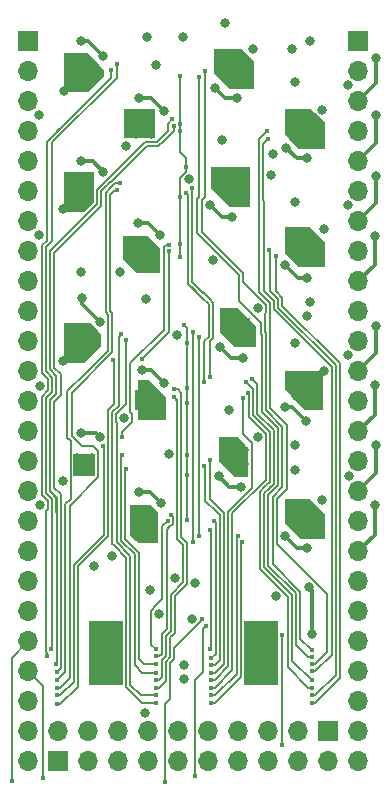
<source format=gbl>
G04 #@! TF.GenerationSoftware,KiCad,Pcbnew,5.1.5+dfsg1-2build2*
G04 #@! TF.CreationDate,2020-08-06T15:55:44-04:00*
G04 #@! TF.ProjectId,Motor_Board,4d6f746f-725f-4426-9f61-72642e6b6963,rev?*
G04 #@! TF.SameCoordinates,Original*
G04 #@! TF.FileFunction,Copper,L4,Bot*
G04 #@! TF.FilePolarity,Positive*
%FSLAX46Y46*%
G04 Gerber Fmt 4.6, Leading zero omitted, Abs format (unit mm)*
G04 Created by KiCad (PCBNEW 5.1.5+dfsg1-2build2) date 2020-08-06 15:55:44*
%MOMM*%
%LPD*%
G04 APERTURE LIST*
%ADD10C,0.100000*%
G04 #@! TA.AperFunction,ComponentPad*
%ADD11R,1.700000X1.700000*%
G04 #@! TD*
G04 #@! TA.AperFunction,ComponentPad*
%ADD12O,1.700000X1.700000*%
G04 #@! TD*
G04 #@! TA.AperFunction,Conductor*
%ADD13R,2.850000X5.400000*%
G04 #@! TD*
G04 #@! TA.AperFunction,ViaPad*
%ADD14C,0.600000*%
G04 #@! TD*
G04 #@! TA.AperFunction,Conductor*
%ADD15R,1.750000X1.750000*%
G04 #@! TD*
G04 #@! TA.AperFunction,ViaPad*
%ADD16C,0.500000*%
G04 #@! TD*
G04 #@! TA.AperFunction,ViaPad*
%ADD17C,0.800000*%
G04 #@! TD*
G04 #@! TA.AperFunction,ViaPad*
%ADD18C,0.406400*%
G04 #@! TD*
G04 #@! TA.AperFunction,Conductor*
%ADD19C,0.304800*%
G04 #@! TD*
G04 #@! TA.AperFunction,Conductor*
%ADD20C,0.177800*%
G04 #@! TD*
G04 APERTURE END LIST*
D10*
G36*
X75311000Y-93091000D02*
G01*
X72771000Y-93091000D01*
X72771000Y-90678000D01*
X75311000Y-90678000D01*
X75311000Y-93091000D01*
G37*
X75311000Y-93091000D02*
X72771000Y-93091000D01*
X72771000Y-90678000D01*
X75311000Y-90678000D01*
X75311000Y-93091000D01*
G36*
X70104000Y-98552000D02*
G01*
X69342000Y-99314000D01*
X67691000Y-99314000D01*
X67691000Y-96012000D01*
X70104000Y-96012000D01*
X70104000Y-98552000D01*
G37*
X70104000Y-98552000D02*
X69342000Y-99314000D01*
X67691000Y-99314000D01*
X67691000Y-96012000D01*
X70104000Y-96012000D01*
X70104000Y-98552000D01*
G36*
X75692000Y-102489000D02*
G01*
X75692000Y-104521000D01*
X73787000Y-104521000D01*
X72644000Y-103378000D01*
X72644000Y-101473000D01*
X74676000Y-101473000D01*
X75692000Y-102489000D01*
G37*
X75692000Y-102489000D02*
X75692000Y-104521000D01*
X73787000Y-104521000D01*
X72644000Y-103378000D01*
X72644000Y-101473000D01*
X74676000Y-101473000D01*
X75692000Y-102489000D01*
G36*
X70739000Y-109728000D02*
G01*
X70739000Y-110744000D01*
X69342000Y-112141000D01*
X67691000Y-112141000D01*
X67691000Y-108839000D01*
X69850000Y-108839000D01*
X70739000Y-109728000D01*
G37*
X70739000Y-109728000D02*
X70739000Y-110744000D01*
X69342000Y-112141000D01*
X67691000Y-112141000D01*
X67691000Y-108839000D01*
X69850000Y-108839000D01*
X70739000Y-109728000D01*
G36*
X76200000Y-115062000D02*
G01*
X76200000Y-116967000D01*
X73914000Y-116967000D01*
X73914000Y-113665000D01*
X74803000Y-113665000D01*
X76200000Y-115062000D01*
G37*
X76200000Y-115062000D02*
X76200000Y-116967000D01*
X73914000Y-116967000D01*
X73914000Y-113665000D01*
X74803000Y-113665000D01*
X76200000Y-115062000D01*
G36*
X70231000Y-121666000D02*
G01*
X68453000Y-121666000D01*
X70231000Y-119888000D01*
X70231000Y-121666000D01*
G37*
X70231000Y-121666000D02*
X68453000Y-121666000D01*
X70231000Y-119888000D01*
X70231000Y-121666000D01*
G36*
X68453000Y-121666000D02*
G01*
X68453000Y-119888000D01*
X70231000Y-119888000D01*
X68453000Y-121666000D01*
G37*
X68453000Y-121666000D02*
X68453000Y-119888000D01*
X70231000Y-119888000D01*
X68453000Y-121666000D01*
G36*
X75565000Y-124841000D02*
G01*
X75565000Y-127381000D01*
X73914000Y-127381000D01*
X73279000Y-126746000D01*
X73279000Y-124206000D01*
X74930000Y-124206000D01*
X75565000Y-124841000D01*
G37*
X75565000Y-124841000D02*
X75565000Y-127381000D01*
X73914000Y-127381000D01*
X73279000Y-126746000D01*
X73279000Y-124206000D01*
X74930000Y-124206000D01*
X75565000Y-124841000D01*
G36*
X89662000Y-124968000D02*
G01*
X89662000Y-127000000D01*
X87630000Y-127000000D01*
X86360000Y-125730000D01*
X86360000Y-123698000D01*
X88392000Y-123698000D01*
X89662000Y-124968000D01*
G37*
X89662000Y-124968000D02*
X89662000Y-127000000D01*
X87630000Y-127000000D01*
X86360000Y-125730000D01*
X86360000Y-123698000D01*
X88392000Y-123698000D01*
X89662000Y-124968000D01*
G36*
X83185000Y-119380000D02*
G01*
X83185000Y-121793000D01*
X82042000Y-121793000D01*
X80772000Y-120523000D01*
X80772000Y-118491000D01*
X82296000Y-118491000D01*
X83185000Y-119380000D01*
G37*
X83185000Y-119380000D02*
X83185000Y-121793000D01*
X82042000Y-121793000D01*
X80772000Y-120523000D01*
X80772000Y-118491000D01*
X82296000Y-118491000D01*
X83185000Y-119380000D01*
G36*
X89535000Y-116078000D02*
G01*
X88011000Y-116078000D01*
X86360000Y-114427000D01*
X86360000Y-112903000D01*
X89535000Y-112903000D01*
X89535000Y-116078000D01*
G37*
X89535000Y-116078000D02*
X88011000Y-116078000D01*
X86360000Y-114427000D01*
X86360000Y-112903000D01*
X89535000Y-112903000D01*
X89535000Y-116078000D01*
G36*
X83820000Y-109093000D02*
G01*
X83820000Y-110744000D01*
X82042000Y-110744000D01*
X80899000Y-109601000D01*
X80899000Y-107569000D01*
X82296000Y-107569000D01*
X83820000Y-109093000D01*
G37*
X83820000Y-109093000D02*
X83820000Y-110744000D01*
X82042000Y-110744000D01*
X80899000Y-109601000D01*
X80899000Y-107569000D01*
X82296000Y-107569000D01*
X83820000Y-109093000D01*
G36*
X89662000Y-101981000D02*
G01*
X89662000Y-104013000D01*
X87503000Y-104013000D01*
X86360000Y-102870000D01*
X86360000Y-100711000D01*
X88392000Y-100711000D01*
X89662000Y-101981000D01*
G37*
X89662000Y-101981000D02*
X89662000Y-104013000D01*
X87503000Y-104013000D01*
X86360000Y-102870000D01*
X86360000Y-100711000D01*
X88392000Y-100711000D01*
X89662000Y-101981000D01*
G36*
X83312000Y-98933000D02*
G01*
X81661000Y-98933000D01*
X80137000Y-97409000D01*
X80137000Y-95631000D01*
X83312000Y-95631000D01*
X83312000Y-98933000D01*
G37*
X83312000Y-98933000D02*
X81661000Y-98933000D01*
X80137000Y-97409000D01*
X80137000Y-95631000D01*
X83312000Y-95631000D01*
X83312000Y-98933000D01*
G36*
X89662000Y-91821000D02*
G01*
X89662000Y-93980000D01*
X87503000Y-93980000D01*
X86360000Y-92837000D01*
X86360000Y-90678000D01*
X88519000Y-90678000D01*
X89662000Y-91821000D01*
G37*
X89662000Y-91821000D02*
X89662000Y-93980000D01*
X87503000Y-93980000D01*
X86360000Y-92837000D01*
X86360000Y-90678000D01*
X88519000Y-90678000D01*
X89662000Y-91821000D01*
G36*
X83693000Y-86614000D02*
G01*
X83693000Y-88900000D01*
X81661000Y-88900000D01*
X80391000Y-87630000D01*
X80391000Y-85598000D01*
X82677000Y-85598000D01*
X83693000Y-86614000D01*
G37*
X83693000Y-86614000D02*
X83693000Y-88900000D01*
X81661000Y-88900000D01*
X80391000Y-87630000D01*
X80391000Y-85598000D01*
X82677000Y-85598000D01*
X83693000Y-86614000D01*
G36*
X70993000Y-87376000D02*
G01*
X70993000Y-87884000D01*
X69723000Y-89154000D01*
X67691000Y-89154000D01*
X67691000Y-85979000D01*
X69596000Y-85979000D01*
X70993000Y-87376000D01*
G37*
X70993000Y-87376000D02*
X70993000Y-87884000D01*
X69723000Y-89154000D01*
X67691000Y-89154000D01*
X67691000Y-85979000D01*
X69596000Y-85979000D01*
X70993000Y-87376000D01*
D11*
G04 #@! TO.P,J2,1*
G04 #@! TO.N,GND*
X92608400Y-84937600D03*
D12*
G04 #@! TO.P,J2,2*
G04 #@! TO.N,/OUT_1a*
X92608400Y-87477600D03*
G04 #@! TO.P,J2,3*
G04 #@! TO.N,/OUT_1b*
X92608400Y-90017600D03*
G04 #@! TO.P,J2,4*
G04 #@! TO.N,/OUT_3a*
X92608400Y-92557600D03*
G04 #@! TO.P,J2,5*
G04 #@! TO.N,/OUT_3b*
X92608400Y-95097600D03*
G04 #@! TO.P,J2,6*
G04 #@! TO.N,/OUT_5a*
X92608400Y-97637600D03*
G04 #@! TO.P,J2,7*
G04 #@! TO.N,/OUT_5b*
X92608400Y-100177600D03*
G04 #@! TO.P,J2,8*
G04 #@! TO.N,/OUT_7a*
X92608400Y-102717600D03*
G04 #@! TO.P,J2,9*
G04 #@! TO.N,/OUT_7b*
X92608400Y-105257600D03*
G04 #@! TO.P,J2,10*
G04 #@! TO.N,GND*
X92608400Y-107797600D03*
G04 #@! TO.P,J2,11*
G04 #@! TO.N,/OUT_9a*
X92608400Y-110337600D03*
G04 #@! TO.P,J2,12*
G04 #@! TO.N,/OUT_9b*
X92608400Y-112877600D03*
G04 #@! TO.P,J2,13*
G04 #@! TO.N,/OUT_11a*
X92608400Y-115417600D03*
G04 #@! TO.P,J2,14*
G04 #@! TO.N,/OUT_11b*
X92608400Y-117957600D03*
G04 #@! TO.P,J2,15*
G04 #@! TO.N,/OUT_13a*
X92608400Y-120497600D03*
G04 #@! TO.P,J2,16*
G04 #@! TO.N,/OUT_13b*
X92608400Y-123037600D03*
G04 #@! TO.P,J2,17*
G04 #@! TO.N,/OUT_15a*
X92608400Y-125577600D03*
G04 #@! TO.P,J2,18*
G04 #@! TO.N,/OUT_15b*
X92608400Y-128117600D03*
G04 #@! TO.P,J2,19*
G04 #@! TO.N,GND*
X92608400Y-130657600D03*
G04 #@! TO.P,J2,20*
G04 #@! TO.N,+3V3*
X92608400Y-133197600D03*
G04 #@! TO.P,J2,21*
G04 #@! TO.N,Net-(J2-Pad21)*
X92608400Y-135737600D03*
G04 #@! TO.P,J2,22*
G04 #@! TO.N,Net-(J2-Pad22)*
X92608400Y-138277600D03*
G04 #@! TO.P,J2,23*
G04 #@! TO.N,+5V*
X92608400Y-140817600D03*
G04 #@! TO.P,J2,24*
X92608400Y-143357600D03*
G04 #@! TO.P,J2,25*
G04 #@! TO.N,GND*
X92608400Y-145897600D03*
G04 #@! TD*
G04 #@! TO.P,J1,25*
G04 #@! TO.N,GND*
X64668400Y-145897600D03*
G04 #@! TO.P,J1,24*
G04 #@! TO.N,/SOUT*
X64668400Y-143357600D03*
G04 #@! TO.P,J1,23*
G04 #@! TO.N,/SIN*
X64668400Y-140817600D03*
G04 #@! TO.P,J1,22*
G04 #@! TO.N,/SCLK*
X64668400Y-138277600D03*
G04 #@! TO.P,J1,21*
G04 #@! TO.N,/XLAT*
X64668400Y-135737600D03*
G04 #@! TO.P,J1,20*
G04 #@! TO.N,/GSCLK*
X64668400Y-133197600D03*
G04 #@! TO.P,J1,19*
G04 #@! TO.N,GND*
X64668400Y-130657600D03*
G04 #@! TO.P,J1,18*
G04 #@! TO.N,/OUT_14b*
X64668400Y-128117600D03*
G04 #@! TO.P,J1,17*
G04 #@! TO.N,/OUT_14a*
X64668400Y-125577600D03*
G04 #@! TO.P,J1,16*
G04 #@! TO.N,/OUT_12b*
X64668400Y-123037600D03*
G04 #@! TO.P,J1,15*
G04 #@! TO.N,/OUT_12a*
X64668400Y-120497600D03*
G04 #@! TO.P,J1,14*
G04 #@! TO.N,/OUT_10b*
X64668400Y-117957600D03*
G04 #@! TO.P,J1,13*
G04 #@! TO.N,/OUT_10a*
X64668400Y-115417600D03*
G04 #@! TO.P,J1,12*
G04 #@! TO.N,/OUT_8b*
X64668400Y-112877600D03*
G04 #@! TO.P,J1,11*
G04 #@! TO.N,/OUT_8a*
X64668400Y-110337600D03*
G04 #@! TO.P,J1,10*
G04 #@! TO.N,GND*
X64668400Y-107797600D03*
G04 #@! TO.P,J1,9*
G04 #@! TO.N,/OUT_6b*
X64668400Y-105257600D03*
G04 #@! TO.P,J1,8*
G04 #@! TO.N,/OUT_6a*
X64668400Y-102717600D03*
G04 #@! TO.P,J1,7*
G04 #@! TO.N,/OUT_4b*
X64668400Y-100177600D03*
G04 #@! TO.P,J1,6*
G04 #@! TO.N,/OUT_4a*
X64668400Y-97637600D03*
G04 #@! TO.P,J1,5*
G04 #@! TO.N,/OUT_2b*
X64668400Y-95097600D03*
G04 #@! TO.P,J1,4*
G04 #@! TO.N,/OUT_2a*
X64668400Y-92557600D03*
G04 #@! TO.P,J1,3*
G04 #@! TO.N,/OUT_0b*
X64668400Y-90017600D03*
G04 #@! TO.P,J1,2*
G04 #@! TO.N,/OUT_0a*
X64668400Y-87477600D03*
D11*
G04 #@! TO.P,J1,1*
G04 #@! TO.N,GND*
X64668400Y-84937600D03*
G04 #@! TD*
G04 #@! TO.P,J4,1*
G04 #@! TO.N,+24V*
X90068400Y-143357600D03*
D12*
G04 #@! TO.P,J4,2*
X87528400Y-143357600D03*
G04 #@! TO.P,J4,3*
X84988400Y-143357600D03*
G04 #@! TO.P,J4,4*
X82448400Y-143357600D03*
G04 #@! TO.P,J4,5*
X79908400Y-143357600D03*
G04 #@! TO.P,J4,6*
X77368400Y-143357600D03*
G04 #@! TO.P,J4,7*
X74828400Y-143357600D03*
G04 #@! TO.P,J4,8*
X72288400Y-143357600D03*
G04 #@! TO.P,J4,9*
X69748400Y-143357600D03*
G04 #@! TO.P,J4,10*
X67208400Y-143357600D03*
G04 #@! TD*
G04 #@! TO.P,J5,10*
G04 #@! TO.N,GND*
X90068400Y-145897600D03*
G04 #@! TO.P,J5,9*
X87528400Y-145897600D03*
G04 #@! TO.P,J5,8*
X84988400Y-145897600D03*
G04 #@! TO.P,J5,7*
X82448400Y-145897600D03*
G04 #@! TO.P,J5,6*
X79908400Y-145897600D03*
G04 #@! TO.P,J5,5*
X77368400Y-145897600D03*
G04 #@! TO.P,J5,4*
X74828400Y-145897600D03*
G04 #@! TO.P,J5,3*
X72288400Y-145897600D03*
G04 #@! TO.P,J5,2*
X69748400Y-145897600D03*
D11*
G04 #@! TO.P,J5,1*
X67208400Y-145897600D03*
G04 #@! TD*
D13*
G04 #@! TO.N,GND*
G04 #@! TO.C,U2*
X71247000Y-136779000D03*
D14*
X72372000Y-139179000D03*
X70122000Y-139179000D03*
X72372000Y-137579000D03*
X70122000Y-137579000D03*
X72372000Y-135979000D03*
X70122000Y-135979000D03*
X72372000Y-134379000D03*
X70122000Y-134379000D03*
G04 #@! TD*
G04 #@! TO.N,GND*
G04 #@! TO.C,U3*
X83203000Y-134379000D03*
X85453000Y-134379000D03*
X83203000Y-135979000D03*
X85453000Y-135979000D03*
X83203000Y-137579000D03*
X85453000Y-137579000D03*
X83203000Y-139179000D03*
X85453000Y-139179000D03*
D13*
X84328000Y-136779000D03*
G04 #@! TD*
D15*
G04 #@! TO.N,GND*
G04 #@! TO.C,U4*
X69342000Y-87626000D03*
D16*
X68717000Y-88251000D03*
X68717000Y-87001000D03*
X69967000Y-88251000D03*
X69967000Y-87001000D03*
G04 #@! TD*
G04 #@! TO.N,GND*
G04 #@! TO.C,U5*
X69967000Y-97038000D03*
X69967000Y-98288000D03*
X68717000Y-97038000D03*
X68717000Y-98288000D03*
D15*
X69342000Y-97663000D03*
G04 #@! TD*
G04 #@! TO.N,GND*
G04 #@! TO.C,U6*
X69342000Y-110490000D03*
D16*
X68717000Y-111115000D03*
X68717000Y-109865000D03*
X69967000Y-111115000D03*
X69967000Y-109865000D03*
G04 #@! TD*
D15*
G04 #@! TO.N,GND*
G04 #@! TO.C,U7*
X69401000Y-120718000D03*
D16*
X68776000Y-121343000D03*
X68776000Y-120093000D03*
X70026000Y-121343000D03*
X70026000Y-120093000D03*
G04 #@! TD*
D15*
G04 #@! TO.N,GND*
G04 #@! TO.C,U8*
X82042000Y-87253000D03*
D16*
X82667000Y-86628000D03*
X82667000Y-87878000D03*
X81417000Y-86628000D03*
X81417000Y-87878000D03*
G04 #@! TD*
D15*
G04 #@! TO.N,GND*
G04 #@! TO.C,U9*
X81661000Y-97282000D03*
D16*
X82286000Y-96657000D03*
X82286000Y-97907000D03*
X81036000Y-96657000D03*
X81036000Y-97907000D03*
G04 #@! TD*
G04 #@! TO.N,GND*
G04 #@! TO.C,U10*
X81925000Y-109845000D03*
X81925000Y-108595000D03*
X83175000Y-109845000D03*
X83175000Y-108595000D03*
D15*
X82550000Y-109220000D03*
G04 #@! TD*
D16*
G04 #@! TO.N,GND*
G04 #@! TO.C,U11*
X81798000Y-120767000D03*
X81798000Y-119517000D03*
X83048000Y-120767000D03*
X83048000Y-119517000D03*
D15*
X82423000Y-120142000D03*
G04 #@! TD*
D16*
G04 #@! TO.N,GND*
G04 #@! TO.C,U12*
X75047000Y-91704000D03*
X75047000Y-92954000D03*
X73797000Y-91704000D03*
X73797000Y-92954000D03*
D15*
X74422000Y-92329000D03*
G04 #@! TD*
G04 #@! TO.N,GND*
G04 #@! TO.C,U13*
X74168000Y-102997000D03*
D16*
X73543000Y-103622000D03*
X73543000Y-102372000D03*
X74793000Y-103622000D03*
X74793000Y-102372000D03*
G04 #@! TD*
G04 #@! TO.N,GND*
G04 #@! TO.C,U14*
X75174000Y-114691000D03*
X75174000Y-115941000D03*
X73924000Y-114691000D03*
X73924000Y-115941000D03*
D15*
X74549000Y-115316000D03*
G04 #@! TD*
G04 #@! TO.N,GND*
G04 #@! TO.C,U15*
X74236000Y-125798000D03*
D16*
X73611000Y-126423000D03*
X73611000Y-125173000D03*
X74861000Y-126423000D03*
X74861000Y-125173000D03*
G04 #@! TD*
G04 #@! TO.N,GND*
G04 #@! TO.C,U16*
X87386000Y-92954000D03*
X87386000Y-91704000D03*
X88636000Y-92954000D03*
X88636000Y-91704000D03*
D15*
X88011000Y-92329000D03*
G04 #@! TD*
D16*
G04 #@! TO.N,GND*
G04 #@! TO.C,U17*
X87386000Y-102987000D03*
X87386000Y-101737000D03*
X88636000Y-102987000D03*
X88636000Y-101737000D03*
D15*
X88011000Y-102362000D03*
G04 #@! TD*
G04 #@! TO.N,GND*
G04 #@! TO.C,U18*
X87943000Y-114495000D03*
D16*
X88568000Y-113870000D03*
X88568000Y-115120000D03*
X87318000Y-113870000D03*
X87318000Y-115120000D03*
G04 #@! TD*
G04 #@! TO.N,GND*
G04 #@! TO.C,U19*
X87386000Y-125974000D03*
X87386000Y-124724000D03*
X88636000Y-125974000D03*
X88636000Y-124724000D03*
D15*
X88011000Y-125349000D03*
G04 #@! TD*
D17*
G04 #@! TO.N,GND*
X67691000Y-89154000D03*
X67564000Y-99187000D03*
X67564000Y-112014000D03*
X67564000Y-122198200D03*
X81280000Y-83439000D03*
X87249000Y-88392000D03*
X81026000Y-93345000D03*
X87249000Y-110490000D03*
X87249000Y-98552000D03*
X81661000Y-116205000D03*
X77089000Y-130429000D03*
X74549000Y-141859000D03*
X89662000Y-112903000D03*
X91821000Y-121793000D03*
X74639429Y-106770429D03*
X85344000Y-94488000D03*
X74676000Y-84582000D03*
X69087999Y-104477200D03*
X76598041Y-119888000D03*
X87249000Y-119126000D03*
X86995000Y-85598000D03*
X78778011Y-130810000D03*
X91694000Y-98806000D03*
X91694000Y-88646000D03*
X88265000Y-108204000D03*
X80285930Y-103483070D03*
X70231000Y-129413000D03*
X87192153Y-121228153D03*
X78296580Y-96651317D03*
X77851000Y-138938000D03*
G04 #@! TO.N,+3V3*
X69088000Y-84963000D03*
X70935500Y-86163500D03*
X76134500Y-90866500D03*
X74041000Y-89789000D03*
X69088000Y-95123000D03*
X70993000Y-96012000D03*
X69088000Y-118110000D03*
X74295000Y-112776000D03*
X73914000Y-100330000D03*
X75819000Y-101346000D03*
X74022047Y-123107690D03*
X75865000Y-124033000D03*
X82296000Y-89789000D03*
X80472000Y-88946000D03*
X88265000Y-94869000D03*
X86487000Y-93980000D03*
X76138500Y-113853500D03*
X81915000Y-99822000D03*
X80010000Y-98806000D03*
X82804000Y-111760000D03*
X80899000Y-110871000D03*
X82677000Y-122682000D03*
X80772000Y-121793000D03*
X88138000Y-117094000D03*
X88265000Y-105029000D03*
X86360000Y-103886000D03*
X88265000Y-127889000D03*
X86360000Y-126873000D03*
X75692000Y-133477000D03*
X74930000Y-131445000D03*
X85598000Y-131953000D03*
X77851000Y-137795000D03*
X70739000Y-118491000D03*
X86360000Y-115951000D03*
X88646000Y-135128000D03*
X69215000Y-106680000D03*
X78486000Y-133858000D03*
X75438000Y-86995000D03*
X77216000Y-109855000D03*
X70739000Y-108712000D03*
X88392000Y-131191000D03*
G04 #@! TO.N,+24V*
X65659000Y-114173000D03*
X65532000Y-101346000D03*
X65532000Y-91186000D03*
X65659000Y-124206000D03*
X89535000Y-90805000D03*
X72390000Y-104521000D03*
X72771000Y-116840000D03*
X91694000Y-111506000D03*
X89662000Y-100838000D03*
X89535000Y-123825000D03*
X84074000Y-118491000D03*
X72898000Y-93853000D03*
X83693000Y-85598000D03*
X85230278Y-96265295D03*
X77724000Y-84582000D03*
X88519000Y-107061000D03*
X88519000Y-84963000D03*
X71755000Y-128524000D03*
X84061300Y-107518200D03*
D18*
G04 #@! TO.N,/SOUT*
X86134002Y-135255000D03*
X86106000Y-144526000D03*
G04 #@! TO.N,/SCLK*
X79677129Y-134493000D03*
X78740000Y-147193000D03*
X65913000Y-147320000D03*
G04 #@! TO.N,/XLAT*
X79375000Y-133858000D03*
X76200000Y-147701000D03*
X63246000Y-147574000D03*
D17*
G04 #@! TO.N,/OUT_1b*
X94107000Y-86360000D03*
G04 #@! TO.N,/OUT_3b*
X94107000Y-91186000D03*
G04 #@! TO.N,/OUT_5b*
X94107000Y-96393000D03*
G04 #@! TO.N,/OUT_7b*
X93980000Y-101473000D03*
G04 #@! TO.N,/OUT_9b*
X94107000Y-109093000D03*
G04 #@! TO.N,/OUT_11b*
X93980000Y-114046000D03*
G04 #@! TO.N,/OUT_13b*
X94107000Y-119126000D03*
G04 #@! TO.N,/OUT_15b*
X93980000Y-124206000D03*
D18*
G04 #@! TO.N,/H15a*
X80137000Y-137160000D03*
X80391000Y-125603000D03*
G04 #@! TO.N,/H14a*
X76439230Y-125588230D03*
X75425300Y-136436100D03*
G04 #@! TO.N,/H13a*
X80137000Y-138430000D03*
X80010000Y-120396000D03*
G04 #@! TO.N,/H12a*
X75438000Y-137668000D03*
X72944821Y-121158000D03*
G04 #@! TO.N,/H11a*
X80137000Y-139700000D03*
X83217093Y-114719100D03*
G04 #@! TO.N,/H10a*
X75438000Y-139014203D03*
X76962000Y-115062000D03*
G04 #@! TO.N,/H9a*
X80137000Y-140970000D03*
X82750589Y-127381000D03*
X78613000Y-109601000D03*
X78613000Y-127381000D03*
G04 #@! TO.N,/H8a*
X75438000Y-140335000D03*
X72898000Y-110270100D03*
G04 #@! TO.N,/H7a*
X88646000Y-140335000D03*
X85050138Y-102581900D03*
G04 #@! TO.N,/H6a*
X67056000Y-141097000D03*
X76581000Y-102743000D03*
X74295000Y-111887000D03*
X71829864Y-111920557D03*
G04 #@! TO.N,/H5a*
X88646000Y-139065000D03*
X80010000Y-113411000D03*
X78486000Y-97409000D03*
X83587380Y-113528021D03*
G04 #@! TO.N,/H4a*
X67056000Y-139700000D03*
X72136000Y-97536000D03*
G04 #@! TO.N,/H3a*
X88646000Y-137693406D03*
X84836000Y-92583000D03*
G04 #@! TO.N,/H2a*
X76976689Y-92133759D03*
X67104730Y-138351730D03*
G04 #@! TO.N,/H1a*
X88646000Y-136525000D03*
X79629000Y-87503000D03*
G04 #@! TO.N,/H0a*
X66255900Y-136982583D03*
X71628000Y-87376000D03*
G04 #@! TO.N,/H0b*
X66611510Y-136394597D03*
X72136000Y-86868000D03*
G04 #@! TO.N,/H1b*
X88646000Y-137109203D03*
X79121000Y-88011000D03*
G04 #@! TO.N,/H2b*
X76835000Y-91567000D03*
X66967121Y-137668000D03*
G04 #@! TO.N,/H3b*
X88646000Y-138303000D03*
X84963000Y-93218000D03*
G04 #@! TO.N,/H4b*
X67056000Y-139065000D03*
X72390000Y-96964510D03*
G04 #@! TO.N,/H5b*
X88646000Y-139700000D03*
X79540099Y-113775100D03*
X77978000Y-97790000D03*
X83058000Y-113775100D03*
G04 #@! TO.N,/H6b*
X67056000Y-140335000D03*
X70938191Y-119253000D03*
X72589211Y-118491000D03*
X76581000Y-102158797D03*
G04 #@! TO.N,/H7b*
X88646000Y-140970000D03*
X85598000Y-103124000D03*
G04 #@! TO.N,/H8b*
X75438000Y-140970000D03*
X72502963Y-109770100D03*
G04 #@! TO.N,/H9b*
X79121000Y-109982000D03*
X79121000Y-126873000D03*
X80137000Y-140335000D03*
X82394979Y-126852971D03*
G04 #@! TO.N,/H10b*
X75438000Y-139700000D03*
X76962000Y-114427000D03*
G04 #@! TO.N,/H11b*
X80137000Y-139014203D03*
X82804000Y-115189000D03*
G04 #@! TO.N,/H12b*
X75438000Y-138430000D03*
X72589211Y-120015000D03*
G04 #@! TO.N,/H13b*
X80137000Y-137744203D03*
X79540100Y-120904000D03*
G04 #@! TO.N,/H14b*
X75438000Y-137033000D03*
X76718764Y-125075246D03*
G04 #@! TO.N,/H15b*
X80032739Y-136398000D03*
X80032739Y-126365000D03*
G04 #@! TO.N,/PMODE*
X78105000Y-110490000D03*
X77470000Y-103251000D03*
X77470000Y-98171000D03*
X77470000Y-92583000D03*
X77470000Y-87884000D03*
X77470000Y-102108000D03*
X78090251Y-125447401D03*
X78105000Y-121666000D03*
X78105000Y-120015000D03*
X78105000Y-115570000D03*
X78105000Y-114300000D03*
X77523414Y-91927887D03*
X77851000Y-108966000D03*
X77978000Y-95631000D03*
G04 #@! TD*
D19*
G04 #@! TO.N,+3V3*
X69735000Y-84963000D02*
X70935500Y-86163500D01*
X69088000Y-84963000D02*
X69735000Y-84963000D01*
X74041000Y-89789000D02*
X75057000Y-89789000D01*
X75057000Y-89789000D02*
X76134500Y-90866500D01*
X70104000Y-95123000D02*
X70993000Y-96012000D01*
X69088000Y-95123000D02*
X70104000Y-95123000D01*
X74803000Y-100330000D02*
X75819000Y-101346000D01*
X73914000Y-100330000D02*
X74803000Y-100330000D01*
X74939690Y-123107690D02*
X75865000Y-124033000D01*
X74022047Y-123107690D02*
X74939690Y-123107690D01*
X81315000Y-89789000D02*
X80472000Y-88946000D01*
X82296000Y-89789000D02*
X81315000Y-89789000D01*
X87376000Y-94869000D02*
X86487000Y-93980000D01*
X88265000Y-94869000D02*
X87376000Y-94869000D01*
X75061000Y-112776000D02*
X76138500Y-113853500D01*
X74295000Y-112776000D02*
X75061000Y-112776000D01*
X81026000Y-99822000D02*
X80010000Y-98806000D01*
X81915000Y-99822000D02*
X81026000Y-99822000D01*
X81788000Y-111760000D02*
X80899000Y-110871000D01*
X82804000Y-111760000D02*
X81788000Y-111760000D01*
X81661000Y-122682000D02*
X80772000Y-121793000D01*
X82677000Y-122682000D02*
X81661000Y-122682000D01*
X87503000Y-105029000D02*
X86360000Y-103886000D01*
X88265000Y-105029000D02*
X87503000Y-105029000D01*
X87376000Y-127889000D02*
X86360000Y-126873000D01*
X88265000Y-127889000D02*
X87376000Y-127889000D01*
X70358000Y-118110000D02*
X69088000Y-118110000D01*
X70739000Y-118491000D02*
X70358000Y-118110000D01*
X86995000Y-115951000D02*
X88138000Y-117094000D01*
X86360000Y-115951000D02*
X86995000Y-115951000D01*
X69215000Y-107188000D02*
X70739000Y-108712000D01*
X69215000Y-106680000D02*
X69215000Y-107188000D01*
X88646000Y-131778219D02*
X88646000Y-135128000D01*
X88646000Y-131445000D02*
X88646000Y-131778219D01*
X88392000Y-131191000D02*
X88646000Y-131445000D01*
D20*
G04 #@! TO.N,/SOUT*
X86134002Y-144497998D02*
X86106000Y-144526000D01*
X86134002Y-135255000D02*
X86134002Y-144497998D01*
G04 #@! TO.N,/SCLK*
X65913000Y-139522200D02*
X64668400Y-138277600D01*
X65913000Y-147320000D02*
X65913000Y-139522200D01*
X79473930Y-134696199D02*
X79677129Y-134493000D01*
X79473930Y-138331070D02*
X79473930Y-134696199D01*
X78791699Y-146990699D02*
X78791699Y-139013301D01*
X78740000Y-147042398D02*
X78791699Y-146990699D01*
X78791699Y-139013301D02*
X79473930Y-138331070D01*
X78740000Y-147193000D02*
X78740000Y-147042398D01*
G04 #@! TO.N,/XLAT*
X63246000Y-137160000D02*
X64668400Y-135737600D01*
X63246000Y-147574000D02*
X63246000Y-137160000D01*
X76200000Y-141097000D02*
X76200000Y-147701000D01*
X76657220Y-140639780D02*
X76200000Y-141097000D01*
X76657220Y-137609872D02*
X76657220Y-140639780D01*
X77012829Y-136317889D02*
X77012829Y-137254263D01*
X77012829Y-137254263D02*
X76657220Y-137609872D01*
X79345718Y-133985000D02*
X77012829Y-136317889D01*
X79375000Y-133985000D02*
X79345718Y-133985000D01*
X79375000Y-133858000D02*
X79375000Y-133985000D01*
D19*
G04 #@! TO.N,/OUT_1b*
X94107000Y-88519000D02*
X92608400Y-90017600D01*
X94107000Y-86360000D02*
X94107000Y-88519000D01*
G04 #@! TO.N,/OUT_3b*
X94107000Y-93599000D02*
X92608400Y-95097600D01*
X94107000Y-91186000D02*
X94107000Y-93599000D01*
G04 #@! TO.N,/OUT_5b*
X94107000Y-98679000D02*
X92608400Y-100177600D01*
X94107000Y-96393000D02*
X94107000Y-98679000D01*
G04 #@! TO.N,/OUT_7b*
X93980000Y-103886000D02*
X92608400Y-105257600D01*
X93980000Y-101473000D02*
X93980000Y-103886000D01*
G04 #@! TO.N,/OUT_9b*
X94107000Y-111379000D02*
X92608400Y-112877600D01*
X94107000Y-109093000D02*
X94107000Y-111379000D01*
G04 #@! TO.N,/OUT_11b*
X93980000Y-116586000D02*
X92608400Y-117957600D01*
X93980000Y-114046000D02*
X93980000Y-116586000D01*
G04 #@! TO.N,/OUT_13b*
X94107000Y-121539000D02*
X92608400Y-123037600D01*
X94107000Y-119126000D02*
X94107000Y-121539000D01*
G04 #@! TO.N,/OUT_15b*
X93980000Y-126746000D02*
X92608400Y-128117600D01*
X93980000Y-124206000D02*
X93980000Y-126746000D01*
D20*
G04 #@! TO.N,/H15a*
X80502639Y-125714639D02*
X80391000Y-125603000D01*
X80502639Y-136794361D02*
X80502639Y-125714639D01*
X80137000Y-137160000D02*
X80502639Y-136794361D01*
G04 #@! TO.N,/H14a*
X76003091Y-126024369D02*
X76439230Y-125588230D01*
X75438000Y-132715000D02*
X76003091Y-132149909D01*
X75025299Y-133156983D02*
X75438000Y-132715000D01*
X75025299Y-136036099D02*
X75025299Y-133156983D01*
X76003091Y-132149909D02*
X76003091Y-126024369D01*
X75425300Y-136436100D02*
X75025299Y-136036099D01*
G04 #@! TO.N,/H13a*
X80010000Y-123698000D02*
X80010000Y-120396000D01*
X81216511Y-124904511D02*
X80010000Y-123698000D01*
X81216511Y-125975851D02*
X81216511Y-124904511D01*
X81213859Y-125978503D02*
X81216511Y-125975851D01*
X81213856Y-137640512D02*
X80424368Y-138430000D01*
X81213859Y-136331859D02*
X81213856Y-137640512D01*
X80424368Y-138430000D02*
X80137000Y-138430000D01*
X81213859Y-136331859D02*
X81213859Y-125978503D01*
G04 #@! TO.N,/H12a*
X75438000Y-137668000D02*
X75311000Y-137668000D01*
X75438000Y-137668000D02*
X74930000Y-137668000D01*
X74422000Y-137668000D02*
X74005529Y-137251529D01*
X74930000Y-137668000D02*
X74422000Y-137668000D01*
X74005529Y-136809379D02*
X74015610Y-136799298D01*
X74005529Y-137251529D02*
X74005529Y-136941471D01*
X74005529Y-136941471D02*
X74005529Y-136809379D01*
X74015610Y-136799298D02*
X74015609Y-128254793D01*
X74015609Y-128254793D02*
X72830531Y-127069715D01*
X72830531Y-127069715D02*
X72830531Y-121285000D01*
X72830531Y-121272290D02*
X72944821Y-121158000D01*
X72830531Y-121285000D02*
X72830531Y-121272290D01*
G04 #@! TO.N,/H11a*
X81925079Y-135392079D02*
X81925079Y-135001000D01*
X83312000Y-114814007D02*
X83217093Y-114719100D01*
X84740701Y-118170983D02*
X83312000Y-116742282D01*
X84740701Y-122107925D02*
X84740701Y-118170983D01*
X83312000Y-116742282D02*
X83312000Y-114814007D01*
X81927731Y-126601177D02*
X81927731Y-124920895D01*
X81925079Y-126603829D02*
X81927731Y-126601177D01*
X81927731Y-124920895D02*
X84740701Y-122107925D01*
X81925079Y-135392079D02*
X81925079Y-126603829D01*
X80424368Y-139700000D02*
X80137000Y-139700000D01*
X81925078Y-138199290D02*
X80424368Y-139700000D01*
X81925079Y-135392079D02*
X81925078Y-138199290D01*
G04 #@! TO.N,/H10a*
X75725368Y-139014203D02*
X75946000Y-138793571D01*
X75438000Y-139014203D02*
X75725368Y-139014203D01*
X75946000Y-137315276D02*
X76301610Y-136959666D01*
X75946000Y-138793571D02*
X75946000Y-137541000D01*
X75946000Y-137541000D02*
X75946000Y-137315276D01*
X76301610Y-136626610D02*
X76301610Y-135275298D01*
X76301610Y-136959666D02*
X76301610Y-136626610D01*
X76301610Y-135275298D02*
X76714311Y-134862597D01*
X76714311Y-134862597D02*
X76714311Y-133477000D01*
X76714311Y-132975311D02*
X76714311Y-132967781D01*
X76714311Y-132975311D02*
X76714311Y-132842000D01*
X76714311Y-133477000D02*
X76714311Y-133343689D01*
X76714311Y-133343689D02*
X76714311Y-132975311D01*
X77216000Y-115316000D02*
X76962000Y-115062000D01*
X77755701Y-127569219D02*
X77264741Y-127078259D01*
X77755701Y-130749017D02*
X77755701Y-127569219D01*
X76714311Y-131790407D02*
X77755701Y-130749017D01*
X76714311Y-133343689D02*
X76714311Y-131790407D01*
X77264741Y-115364741D02*
X77264741Y-115824000D01*
X77264741Y-125118315D02*
X77264741Y-125730000D01*
X77264741Y-126159741D02*
X77264741Y-124333000D01*
X77264741Y-127078259D02*
X77264741Y-126159741D01*
X77264741Y-126159741D02*
X77264741Y-125118315D01*
X77264741Y-124333000D02*
X77264741Y-118237000D01*
X77264741Y-118237000D02*
X77264741Y-115570000D01*
X77264741Y-115364741D02*
X76962000Y-115062000D01*
X77264741Y-115570000D02*
X77264741Y-115364741D01*
G04 #@! TO.N,/H9a*
X78613000Y-127000000D02*
X78613000Y-109601000D01*
X78613000Y-127381000D02*
X78613000Y-127000000D01*
X80424368Y-140970000D02*
X80137000Y-140970000D01*
X82636299Y-138758069D02*
X80424368Y-140970000D01*
X82636299Y-127495290D02*
X82636299Y-138758069D01*
X82750589Y-127381000D02*
X82636299Y-127495290D01*
G04 #@! TO.N,/H8a*
X72898000Y-115697000D02*
X72898000Y-110270100D01*
X72119311Y-117175029D02*
X72104299Y-117160017D01*
X72119311Y-127369403D02*
X72119311Y-117175029D01*
X72130908Y-127381000D02*
X72119311Y-127369403D01*
X73191850Y-128436850D02*
X72136000Y-127381000D01*
X72104299Y-117160017D02*
X72104299Y-116490701D01*
X73294311Y-139466403D02*
X73294310Y-128573684D01*
X72104299Y-116490701D02*
X72898000Y-115697000D01*
X73294310Y-128573684D02*
X73191850Y-128471224D01*
X74162908Y-140335000D02*
X73294311Y-139466403D01*
X72136000Y-127381000D02*
X72130908Y-127381000D01*
X73191850Y-128471224D02*
X73191850Y-128436850D01*
X75438000Y-140335000D02*
X74162908Y-140335000D01*
G04 #@! TO.N,/H7a*
X88933368Y-140335000D02*
X88646000Y-140335000D01*
X90684310Y-138584058D02*
X88933368Y-140335000D01*
X90684310Y-112377120D02*
X90684310Y-138584058D01*
X85807529Y-107500339D02*
X90684310Y-112377120D01*
X85807529Y-106807087D02*
X85807529Y-107500339D01*
X85128099Y-106127657D02*
X85807529Y-106807087D01*
X85128099Y-102659861D02*
X85128099Y-106127657D01*
X85050138Y-102581900D02*
X85128099Y-102659861D01*
G04 #@! TO.N,/H6a*
X67343368Y-141097000D02*
X68859458Y-139580910D01*
X67056000Y-141097000D02*
X67343368Y-141097000D01*
X68859458Y-139580910D02*
X68859458Y-139321818D01*
X68859458Y-139321818D02*
X68859458Y-136804458D01*
X68859458Y-136804458D02*
X68859458Y-136398000D01*
X76581000Y-109601000D02*
X76581000Y-102743000D01*
X74295000Y-111887000D02*
X76581000Y-109601000D01*
X68859458Y-129416824D02*
X68859458Y-136804458D01*
X71408091Y-126868191D02*
X68859458Y-129416824D01*
X71408091Y-117469625D02*
X71408091Y-117636091D01*
X71408091Y-117636091D02*
X71408091Y-126868191D01*
X71944154Y-112034847D02*
X71829864Y-111920557D01*
X71944154Y-115645030D02*
X71944154Y-112034847D01*
X71393080Y-116196104D02*
X71944154Y-115645030D01*
X71393079Y-117454613D02*
X71393080Y-116196104D01*
X71408091Y-117469625D02*
X71393079Y-117454613D01*
G04 #@! TO.N,/H5a*
X86969610Y-135534390D02*
X86969609Y-131834983D01*
X86969610Y-135534390D02*
X86969610Y-135266750D01*
X86969609Y-131834983D02*
X86152313Y-131017687D01*
X86152313Y-131017687D02*
X85807530Y-130672903D01*
X80010000Y-110357908D02*
X80270311Y-110097597D01*
X80010000Y-113411000D02*
X80010000Y-110357908D01*
X80270311Y-110097597D02*
X80270310Y-107072402D01*
X85194721Y-122659721D02*
X85451920Y-122402522D01*
X85451921Y-122402521D02*
X85194721Y-122659721D01*
X85451920Y-122402522D02*
X85067721Y-122786721D01*
X80270310Y-107072402D02*
X80007454Y-106809546D01*
X80007454Y-106809546D02*
X79121000Y-105923092D01*
X78549511Y-98488511D02*
X78549511Y-98167943D01*
X80007454Y-106804454D02*
X78549511Y-105346511D01*
X80007454Y-106809546D02*
X80007454Y-106804454D01*
X78549511Y-105346511D02*
X78549511Y-99250511D01*
X78549511Y-99250511D02*
X78549511Y-98996511D01*
X78549511Y-99250511D02*
X78549511Y-97759879D01*
X78549511Y-98167943D02*
X78549511Y-97759879D01*
X78486000Y-97696368D02*
X78486000Y-97409000D01*
X78549511Y-97759879D02*
X78486000Y-97696368D01*
X85004221Y-122850221D02*
X85194721Y-122659721D01*
X84626469Y-123227973D02*
X85004221Y-122850221D01*
X84626469Y-129491843D02*
X84626469Y-123227973D01*
X86152313Y-131017687D02*
X84626469Y-129491843D01*
X84048610Y-113989251D02*
X83587380Y-113528021D01*
X84048610Y-116473078D02*
X84048610Y-113989251D01*
X85451919Y-117876387D02*
X84048610Y-116473078D01*
X85451920Y-122402522D02*
X85451919Y-117876387D01*
X86969610Y-137388610D02*
X88646000Y-139065000D01*
X86969610Y-135534390D02*
X86969610Y-137388610D01*
G04 #@! TO.N,/H4a*
X67343368Y-139700000D02*
X68148238Y-138895128D01*
X67056000Y-139700000D02*
X67343368Y-139700000D01*
X68148238Y-138895128D02*
X68148239Y-135910297D01*
X68148239Y-135910297D02*
X68148239Y-128981239D01*
X68148239Y-128981239D02*
X68148239Y-128651000D01*
X72003908Y-97536000D02*
X72136000Y-97536000D01*
X71551830Y-97988078D02*
X72003908Y-97536000D01*
X71551830Y-98882170D02*
X71551830Y-97988078D01*
X71551830Y-99191956D02*
X71551830Y-98882170D01*
X71761311Y-111293657D02*
X71761311Y-107956311D01*
X68326000Y-114728967D02*
X71761311Y-111293657D01*
X68326000Y-118364000D02*
X68326000Y-114728967D01*
X70166062Y-119253000D02*
X69215000Y-119253000D01*
X70542701Y-119629639D02*
X70166062Y-119253000D01*
X70542701Y-121862299D02*
X70542701Y-119629639D01*
X71761311Y-107956311D02*
X71551829Y-107746829D01*
X69215000Y-119253000D02*
X68326000Y-118364000D01*
X68148239Y-124256761D02*
X70542701Y-121862299D01*
X68148239Y-128981239D02*
X68148239Y-124256761D01*
X71551830Y-99771170D02*
X71551829Y-99771171D01*
X71551830Y-98120170D02*
X71551830Y-99771170D01*
X71551829Y-99771171D02*
X71551829Y-99644171D01*
X71551829Y-107746829D02*
X71551829Y-99771171D01*
G04 #@! TO.N,/H3a*
X84201000Y-93218000D02*
X84836000Y-92583000D01*
X84201000Y-106206374D02*
X84201000Y-93218000D01*
X85096310Y-107101684D02*
X84201000Y-106206374D01*
X85096311Y-109418249D02*
X85096310Y-107101684D01*
X85693299Y-125825299D02*
X85693299Y-124999701D01*
X85693299Y-123669864D02*
X85693299Y-124237701D01*
X85693299Y-124237701D02*
X85693299Y-125825299D01*
X85693299Y-125825299D02*
X85693299Y-126904701D01*
X86525452Y-119799452D02*
X86518748Y-119792748D01*
X86525452Y-122837713D02*
X86525452Y-119799452D01*
X86203082Y-123160082D02*
X86525452Y-122837713D01*
X86203082Y-123160082D02*
X85693299Y-123669864D01*
X85115440Y-109437378D02*
X85096311Y-109418249D01*
X85115440Y-116031184D02*
X85115440Y-109437378D01*
X86518748Y-117434492D02*
X85115440Y-116031184D01*
X86518748Y-119665748D02*
X86518748Y-117434492D01*
X86525452Y-119672452D02*
X86518748Y-119665748D01*
X86525452Y-119799452D02*
X86525452Y-119672452D01*
X89973091Y-131785373D02*
X85693299Y-127505581D01*
X89973091Y-136653683D02*
X89973091Y-131785373D01*
X88933368Y-137693406D02*
X89973091Y-136653683D01*
X85693299Y-127505581D02*
X85693299Y-125349000D01*
X88646000Y-137693406D02*
X88933368Y-137693406D01*
G04 #@! TO.N,/H2a*
X66851931Y-111710069D02*
X66851931Y-111506000D01*
X70840610Y-98897360D02*
X70840610Y-97654016D01*
X66851931Y-102886039D02*
X70840610Y-98897360D01*
X66851931Y-111710069D02*
X66851931Y-102886039D01*
X72000017Y-96494609D02*
X71356813Y-97137813D01*
X76976689Y-92133759D02*
X76976689Y-92507281D01*
X70840610Y-97654016D02*
X71356813Y-97137813D01*
X71356813Y-97137813D02*
X71801313Y-96693313D01*
X71801313Y-96693313D02*
X72000016Y-96494610D01*
X74667016Y-93827610D02*
X75656360Y-93827610D01*
X75656360Y-93827610D02*
X76105985Y-93377985D01*
X71801313Y-96693313D02*
X74667016Y-93827610D01*
X76976689Y-92507281D02*
X76105985Y-93377985D01*
X66851931Y-112577023D02*
X66851931Y-111710069D01*
X67392530Y-113117622D02*
X66851931Y-112577023D01*
X66851931Y-115475511D02*
X67392531Y-114934911D01*
X66851931Y-122731931D02*
X66851931Y-115475511D01*
X67392531Y-114934911D02*
X67392530Y-113117622D01*
X67437019Y-123317019D02*
X66851931Y-122731931D01*
X67437020Y-135641112D02*
X67437019Y-123317019D01*
X67437021Y-138019439D02*
X67437020Y-135641112D01*
X67104730Y-138351730D02*
X67437021Y-138019439D01*
G04 #@! TO.N,/H1a*
X79343299Y-101094673D02*
X79343299Y-98379971D01*
X88646000Y-136525000D02*
X87680829Y-135559829D01*
X79343299Y-98379971D02*
X79629000Y-98094270D01*
X84709000Y-109533846D02*
X84709000Y-108712000D01*
X87680829Y-131540387D02*
X85337689Y-129197247D01*
X85337689Y-129197247D02*
X85337689Y-123522567D01*
X85337689Y-123522567D02*
X86163140Y-122697118D01*
X87680829Y-135559829D02*
X87680829Y-131540387D01*
X86163140Y-122697118D02*
X86163139Y-117581791D01*
X84759830Y-116178482D02*
X84759830Y-109584676D01*
X79629000Y-98094270D02*
X79629000Y-87503000D01*
X84709000Y-108712000D02*
X84740701Y-107248983D01*
X86163139Y-117581791D02*
X84759830Y-116178482D01*
X82810311Y-104561685D02*
X79343299Y-101094673D01*
X84740701Y-107248983D02*
X82810311Y-105318593D01*
X84759830Y-109584676D02*
X84709000Y-109533846D01*
X82810311Y-105318593D02*
X82810311Y-104561685D01*
G04 #@! TO.N,/H0a*
X66255900Y-136734441D02*
X66255900Y-136982583D01*
X66141609Y-136620150D02*
X66255900Y-136734441D01*
X66325700Y-124526018D02*
X66325700Y-124206000D01*
X66141609Y-126339609D02*
X66141609Y-124710109D01*
X66141609Y-126027103D02*
X66141609Y-126339609D01*
X66141609Y-124710109D02*
X66325700Y-124526018D01*
X66141609Y-126339609D02*
X66141609Y-136620150D01*
X66325701Y-124428299D02*
X66325701Y-124526017D01*
X65785101Y-123345383D02*
X66325701Y-123885983D01*
X66198701Y-101822299D02*
X65785101Y-102235899D01*
X65785101Y-102235899D02*
X65785101Y-113029101D01*
X66325701Y-123885983D02*
X66325701Y-124428299D01*
X65785101Y-113029101D02*
X66325701Y-113569701D01*
X66198701Y-93474673D02*
X66198701Y-101822299D01*
X66325701Y-113569701D02*
X66325701Y-114493017D01*
X66325701Y-114493017D02*
X65785101Y-115033617D01*
X65785101Y-115033617D02*
X65785101Y-123345383D01*
X66805482Y-92867892D02*
X67263687Y-92409687D01*
X66805482Y-92867892D02*
X66628687Y-93044687D01*
X66628687Y-93044687D02*
X66198701Y-93474673D01*
X71628000Y-88045374D02*
X71628000Y-87376000D01*
X66628687Y-93044687D02*
X71628000Y-88045374D01*
G04 #@! TO.N,/H0b*
X72136000Y-88040282D02*
X72136000Y-86868000D01*
X66675000Y-93501282D02*
X72136000Y-88040282D01*
X66675000Y-99301378D02*
X66675000Y-93501282D01*
X66681311Y-99307689D02*
X66675000Y-99301378D01*
X66611510Y-136394597D02*
X66611510Y-136334490D01*
X66675000Y-125996620D02*
X66681310Y-125990310D01*
X66681311Y-114640315D02*
X66681311Y-113422403D01*
X66611510Y-136334490D02*
X66675000Y-136271000D01*
X66294000Y-102235000D02*
X66681311Y-101847689D01*
X66681310Y-125990310D02*
X66681310Y-123738684D01*
X66675000Y-136271000D02*
X66675000Y-125996620D01*
X66681311Y-113422403D02*
X66140711Y-112881803D01*
X66681310Y-123738684D02*
X66140711Y-123198085D01*
X66681311Y-101847689D02*
X66681311Y-99307689D01*
X66140711Y-123198085D02*
X66140711Y-115180915D01*
X66140711Y-115180915D02*
X66681311Y-114640315D01*
X66140711Y-112881803D02*
X66140711Y-102383197D01*
X66140711Y-102383197D02*
X66288908Y-102235000D01*
X66288908Y-102235000D02*
X66294000Y-102235000D01*
G04 #@! TO.N,/H1b*
X87325220Y-135585220D02*
X87325220Y-135382000D01*
X88358632Y-137109203D02*
X88646000Y-137109203D01*
X87325220Y-136075791D02*
X88358632Y-137109203D01*
X87325220Y-133527780D02*
X87325220Y-136075791D01*
X87325220Y-135585220D02*
X87325220Y-133527780D01*
X87325220Y-131687686D02*
X87325220Y-133527780D01*
X84353390Y-109753390D02*
X84404220Y-109804220D01*
X78905121Y-98315241D02*
X78905121Y-101159403D01*
X79121000Y-88011000D02*
X79121000Y-98099362D01*
X79121000Y-98099362D02*
X78905121Y-98315241D01*
X78905121Y-101159403D02*
X82454701Y-104708983D01*
X84982079Y-129344545D02*
X87325220Y-131687686D01*
X82454701Y-104708983D02*
X82454701Y-106936419D01*
X84404220Y-109804220D02*
X84404220Y-116325780D01*
X82454701Y-106936419D02*
X84353390Y-108835108D01*
X84353390Y-108835108D02*
X84353390Y-109753390D01*
X84404220Y-116325780D02*
X85807530Y-117729090D01*
X85807530Y-117729090D02*
X85807530Y-122549820D01*
X85807530Y-122549820D02*
X84982079Y-123375271D01*
X84982079Y-123375271D02*
X84982079Y-129344545D01*
G04 #@! TO.N,/H2b*
X67036921Y-124186921D02*
X67036921Y-123591387D01*
X67036921Y-124820613D02*
X67036921Y-124186921D01*
X67036921Y-123591387D02*
X66496321Y-123050787D01*
X67036921Y-113264921D02*
X66496321Y-112724321D01*
X67036921Y-113684079D02*
X67036921Y-113264921D01*
X67036921Y-113684079D02*
X67036921Y-113538000D01*
X66496321Y-112724321D02*
X66496321Y-111708321D01*
X66496321Y-111708321D02*
X66496321Y-111506000D01*
X76454000Y-91948000D02*
X76835000Y-91567000D01*
X76454000Y-92527062D02*
X76454000Y-91948000D01*
X75509062Y-93472000D02*
X76454000Y-92527062D01*
X70485000Y-97506718D02*
X74519718Y-93472000D01*
X74519718Y-93472000D02*
X75509062Y-93472000D01*
X70485000Y-98750062D02*
X70485000Y-97506718D01*
X66496321Y-102738741D02*
X70485000Y-98750062D01*
X66496321Y-111708321D02*
X66496321Y-102738741D01*
X67081411Y-136296411D02*
X67081411Y-135788409D01*
X67081411Y-136880589D02*
X67081411Y-136296411D01*
X67081411Y-136296411D02*
X67081411Y-135788411D01*
X67081411Y-135788411D02*
X67081411Y-125755411D01*
X67036921Y-114787613D02*
X67036921Y-113684079D01*
X66496321Y-115328213D02*
X67036921Y-114787613D01*
X66496321Y-123050787D02*
X66496321Y-115328213D01*
X67081411Y-123635877D02*
X66496321Y-123050787D01*
X67081411Y-125755411D02*
X67081411Y-123635877D01*
X67081411Y-137266342D02*
X67081411Y-136880589D01*
X66967121Y-137668000D02*
X66967121Y-137629879D01*
X67081412Y-137515589D02*
X67081412Y-137033001D01*
X66967121Y-137629879D02*
X67081412Y-137515589D01*
G04 #@! TO.N,/H3b*
X90328701Y-112524419D02*
X90328701Y-113223017D01*
X86184141Y-108379859D02*
X90328701Y-112524419D01*
X86801984Y-108997702D02*
X86184141Y-108379859D01*
X84582000Y-106084466D02*
X84582000Y-103251000D01*
X84582000Y-103251000D02*
X84556610Y-93624390D01*
X85451919Y-106954385D02*
X84582000Y-106084466D01*
X84556610Y-93624390D02*
X84963000Y-93218000D01*
X85451919Y-107647637D02*
X85451919Y-106954385D01*
X86184141Y-108379859D02*
X85451919Y-107647637D01*
X88933368Y-138303000D02*
X88646000Y-138303000D01*
X90328701Y-136907667D02*
X88933368Y-138303000D01*
X90328701Y-112524419D02*
X90328701Y-136907667D01*
G04 #@! TO.N,/H4b*
X67792630Y-137434276D02*
X67792629Y-134467629D01*
X67792629Y-138328371D02*
X67792630Y-137434276D01*
X67056000Y-139065000D02*
X67792629Y-138328371D01*
X67792629Y-129057371D02*
X67792629Y-128778000D01*
X71196220Y-99044658D02*
X71196220Y-97801314D01*
X72033024Y-96964510D02*
X72390000Y-96964510D01*
X71196220Y-97801314D02*
X71608267Y-97389267D01*
X71608267Y-97389267D02*
X72033024Y-96964510D01*
X68230701Y-122518217D02*
X68230701Y-121951701D01*
X67792629Y-129311371D02*
X67792629Y-129057371D01*
X67792629Y-134467629D02*
X67792629Y-129311371D01*
X68230701Y-121507299D02*
X68230701Y-122523299D01*
X68230701Y-121507299D02*
X68230701Y-121951701D01*
X68230701Y-118771609D02*
X68230701Y-121507299D01*
X68230701Y-118771609D02*
X68230701Y-122518217D01*
X67792629Y-124942629D02*
X67792630Y-124109462D01*
X67792629Y-129311371D02*
X67792629Y-124942629D01*
X67970391Y-118511299D02*
X67970391Y-118465610D01*
X68230701Y-118771609D02*
X67970391Y-118511299D01*
X68230701Y-123671391D02*
X68230701Y-118771609D01*
X67792630Y-124109462D02*
X68230701Y-123671391D01*
X71196220Y-97840780D02*
X71196219Y-99044659D01*
X67970390Y-114581669D02*
X67970390Y-118516390D01*
X69559030Y-112993030D02*
X67970390Y-114581669D01*
X68199000Y-118745000D02*
X67970390Y-118511298D01*
X68230701Y-118771609D02*
X68199000Y-118745000D01*
X68963296Y-113588763D02*
X69559030Y-112993030D01*
X67970390Y-118516390D02*
X68199000Y-118745000D01*
X71196219Y-104816845D02*
X71196219Y-104571781D01*
X71196219Y-104571781D02*
X71196219Y-99044659D01*
X71405701Y-111146359D02*
X69559030Y-112993030D01*
X71405701Y-108108701D02*
X71405701Y-111146359D01*
X71196219Y-107899219D02*
X71405701Y-108108701D01*
X71196219Y-104571781D02*
X71196219Y-107899219D01*
G04 #@! TO.N,/H5b*
X86603903Y-134884097D02*
X86614000Y-135128000D01*
X86614000Y-135128000D02*
X86614000Y-135636000D01*
X79540099Y-113775100D02*
X79540099Y-110324901D01*
X79914701Y-109950299D02*
X79914701Y-107219701D01*
X79540099Y-110324901D02*
X79914701Y-109950299D01*
X85096311Y-122255223D02*
X84816267Y-122535267D01*
X79375000Y-106680000D02*
X78486000Y-105791000D01*
X79914701Y-107219701D02*
X79375000Y-106680000D01*
X78193901Y-98005901D02*
X77978000Y-97790000D01*
X78193901Y-105498901D02*
X78193901Y-98005901D01*
X79375000Y-106680000D02*
X78193901Y-105498901D01*
X84625767Y-122725767D02*
X84816267Y-122535267D01*
X84270859Y-123080675D02*
X84625767Y-122725767D01*
X84270859Y-129639141D02*
X84270859Y-123080675D01*
X86614000Y-131982282D02*
X84270859Y-129639141D01*
X86614000Y-135636000D02*
X86614000Y-131982282D01*
X85096310Y-122255224D02*
X84816267Y-122535267D01*
X85096310Y-118023684D02*
X85096311Y-118624311D01*
X83693000Y-116620374D02*
X85096310Y-118023684D01*
X83693000Y-114427000D02*
X83693000Y-116620374D01*
X83185000Y-113919000D02*
X83693000Y-114427000D01*
X85096311Y-118624311D02*
X85096310Y-122255224D01*
X83185000Y-113902100D02*
X83185000Y-113919000D01*
X83058000Y-113775100D02*
X83185000Y-113902100D01*
X88358632Y-139700000D02*
X88646000Y-139700000D01*
X86614000Y-137955368D02*
X88358632Y-139700000D01*
X86614000Y-135636000D02*
X86614000Y-137955368D01*
G04 #@! TO.N,/H6b*
X67343368Y-140335000D02*
X68503848Y-139174520D01*
X68503848Y-139174520D02*
X68503848Y-136474152D01*
X68503848Y-136474152D02*
X68503848Y-136194847D01*
X71052481Y-119367290D02*
X70938191Y-119253000D01*
X71052481Y-123444000D02*
X71052481Y-119367290D01*
X68503847Y-139174521D02*
X67437000Y-140241368D01*
X67343368Y-140335000D02*
X67056000Y-140335000D01*
X67437000Y-140241368D02*
X67343368Y-140335000D01*
X68503848Y-130378152D02*
X68503849Y-129269525D01*
X68503848Y-130378152D02*
X68503847Y-139174521D01*
X68503849Y-129269525D02*
X71052481Y-126720893D01*
X71052481Y-126720893D02*
X71052481Y-125670519D01*
X71052481Y-125670519D02*
X71052481Y-123444000D01*
X71052481Y-126056611D02*
X71052481Y-125670519D01*
X73437701Y-117160017D02*
X72589211Y-118008507D01*
X73437701Y-116519983D02*
X73437701Y-117160017D01*
X73279000Y-116361282D02*
X73437701Y-116519983D01*
X73279000Y-112207546D02*
X73279000Y-116361282D01*
X76111099Y-109375447D02*
X73279000Y-112207546D01*
X76111099Y-102341330D02*
X76111099Y-109375447D01*
X72589211Y-118008507D02*
X72589211Y-118491000D01*
X76293632Y-102158797D02*
X76111099Y-102341330D01*
X76581000Y-102158797D02*
X76293632Y-102158797D01*
G04 #@! TO.N,/H7b*
X89615184Y-140288184D02*
X90220827Y-139682539D01*
X88933368Y-140970000D02*
X89615184Y-140288184D01*
X91039919Y-112229821D02*
X91039920Y-113517612D01*
X86163139Y-107353041D02*
X91039919Y-112229821D01*
X86163139Y-106659789D02*
X86163139Y-107353041D01*
X85598000Y-106094650D02*
X86163139Y-106659789D01*
X85598000Y-103124000D02*
X85598000Y-106094650D01*
X88933368Y-140970000D02*
X88646000Y-140970000D01*
X91039919Y-138863449D02*
X88933368Y-140970000D01*
X91039920Y-137902920D02*
X91039919Y-138863449D01*
X91039920Y-113517612D02*
X91039920Y-137902920D01*
G04 #@! TO.N,/H8b*
X72299764Y-109973299D02*
X72299764Y-115792328D01*
X72502963Y-109770100D02*
X72299764Y-109973299D01*
X74295000Y-140970000D02*
X75438000Y-140970000D01*
X72938701Y-139613701D02*
X74295000Y-140970000D01*
X72938701Y-128720983D02*
X72938701Y-139613701D01*
X71882000Y-127635000D02*
X72938701Y-128720983D01*
X71763701Y-117322327D02*
X71763701Y-127516701D01*
X71748689Y-117307315D02*
X71763701Y-117322327D01*
X71748689Y-116343403D02*
X71748689Y-117307315D01*
X71763701Y-127516701D02*
X71882000Y-127635000D01*
X72299764Y-115792328D02*
X71748689Y-116343403D01*
G04 #@! TO.N,/H9b*
X79070199Y-110032801D02*
X79121000Y-109982000D01*
X79070199Y-126534831D02*
X79070199Y-110032801D01*
X79121000Y-126585632D02*
X79070199Y-126534831D01*
X79121000Y-126873000D02*
X79121000Y-126585632D01*
X80424368Y-140335000D02*
X80137000Y-140335000D01*
X82280687Y-138478681D02*
X80424368Y-140335000D01*
X82280689Y-137175311D02*
X82280687Y-138478681D01*
X82280689Y-126967261D02*
X82280689Y-137175311D01*
X82394979Y-126852971D02*
X82280689Y-126967261D01*
G04 #@! TO.N,/H10b*
X75725368Y-139700000D02*
X76301610Y-139123758D01*
X75438000Y-139700000D02*
X75725368Y-139700000D01*
X76301610Y-137462574D02*
X76657220Y-137106964D01*
X76301610Y-139123758D02*
X76301610Y-137462574D01*
X76657220Y-136829780D02*
X76657220Y-135422596D01*
X76657220Y-137106964D02*
X76657220Y-136829780D01*
X76657220Y-136829780D02*
X76657220Y-136565596D01*
X76893408Y-135186408D02*
X76903592Y-135186408D01*
X76657220Y-135422596D02*
X76893408Y-135186408D01*
X76893408Y-135186408D02*
X77069921Y-135009895D01*
X76903592Y-135176224D02*
X77069921Y-135009895D01*
X76903592Y-135186408D02*
X76903592Y-135176224D01*
X77089000Y-131918626D02*
X78111311Y-130896315D01*
X77069921Y-132861079D02*
X77069921Y-131937705D01*
X77069921Y-135009895D02*
X77069921Y-132861079D01*
X77069921Y-131937705D02*
X77389313Y-131618313D01*
X77069921Y-132861079D02*
X77069921Y-131972079D01*
X78111311Y-130896315D02*
X78111311Y-129787689D01*
X78111311Y-129787689D02*
X78111311Y-129667000D01*
X77620351Y-114704351D02*
X77343000Y-114427000D01*
X77620351Y-126930961D02*
X77620351Y-114704351D01*
X77343000Y-114427000D02*
X76962000Y-114427000D01*
X78111310Y-127421920D02*
X77620351Y-126930961D01*
X78111311Y-129787689D02*
X78111310Y-127421920D01*
G04 #@! TO.N,/H11b*
X81569469Y-135727531D02*
X81569469Y-135382000D01*
X81569469Y-126456531D02*
X81569469Y-135727531D01*
X81572121Y-126453879D02*
X81569469Y-126456531D01*
X81572121Y-124773597D02*
X81572121Y-126453879D01*
X83170359Y-123175359D02*
X83566000Y-122779718D01*
X83170359Y-123175359D02*
X81572121Y-124773597D01*
X83566000Y-118969718D02*
X83407299Y-118811017D01*
X83566000Y-118969718D02*
X82833282Y-118237000D01*
X83566000Y-122779718D02*
X83566000Y-119126000D01*
X83566000Y-119126000D02*
X83566000Y-118969718D01*
X82833282Y-115218282D02*
X82804000Y-115189000D01*
X82833282Y-118237000D02*
X82833282Y-115218282D01*
X80424368Y-139014203D02*
X80137000Y-139014203D01*
X81569469Y-137869102D02*
X80424368Y-139014203D01*
X81569469Y-135727531D02*
X81569469Y-137869102D01*
G04 #@! TO.N,/H12b*
X75438000Y-138430000D02*
X74930000Y-138430000D01*
X74930000Y-138430000D02*
X74295000Y-138430000D01*
X74295000Y-138430000D02*
X73649919Y-137784919D01*
X73649919Y-137784919D02*
X73649919Y-136662081D01*
X73649919Y-136662081D02*
X73660000Y-136652000D01*
X73660000Y-132715000D02*
X73660000Y-128402092D01*
X73660000Y-136652000D02*
X73660000Y-132715000D01*
X73660000Y-132715000D02*
X73660000Y-132588000D01*
X73660000Y-128402092D02*
X72474921Y-127217013D01*
X72474921Y-120129290D02*
X72589211Y-120015000D01*
X72474921Y-127217013D02*
X72474921Y-120129290D01*
G04 #@! TO.N,/H13b*
X80858249Y-136103249D02*
X80858249Y-135890000D01*
X79654390Y-121018290D02*
X79540100Y-120904000D01*
X79654390Y-123845298D02*
X79654390Y-121018290D01*
X80860901Y-125056901D02*
X80645000Y-124841000D01*
X80860901Y-125828553D02*
X80860901Y-125056901D01*
X80858249Y-125831205D02*
X80860901Y-125828553D01*
X80645000Y-124841000D02*
X79654390Y-123845298D01*
X80424368Y-137744203D02*
X80137000Y-137744203D01*
X80858247Y-137310324D02*
X80424368Y-137744203D01*
X80858249Y-135468249D02*
X80858247Y-137310324D01*
X80858249Y-136103249D02*
X80858249Y-135468249D01*
X80858249Y-135468249D02*
X80858249Y-125831205D01*
G04 #@! TO.N,/H14b*
X75725368Y-137033000D02*
X75946000Y-136812368D01*
X75438000Y-137033000D02*
X75725368Y-137033000D01*
X76358701Y-134715299D02*
X75946000Y-135128000D01*
X76358701Y-132746701D02*
X76358701Y-134715299D01*
X75946000Y-136812368D02*
X75946000Y-135128000D01*
X76358701Y-132746701D02*
X76358701Y-126333299D01*
X76909131Y-125265613D02*
X76718764Y-125075246D01*
X76909131Y-125782869D02*
X76909131Y-125265613D01*
X76358701Y-126333299D02*
X76581000Y-126111000D01*
X76581000Y-126111000D02*
X76909131Y-125782869D01*
G04 #@! TO.N,/H15b*
X80032739Y-136398000D02*
X80147029Y-136283710D01*
X80147029Y-136283710D02*
X80147029Y-136017000D01*
X80147029Y-136017000D02*
X80147029Y-126492000D01*
X80147029Y-126479290D02*
X80032739Y-126365000D01*
X80147029Y-126492000D02*
X80147029Y-126479290D01*
G04 #@! TO.N,/PMODE*
X77470000Y-97028000D02*
X77470000Y-98171000D01*
X77470000Y-87884000D02*
X77470000Y-92583000D01*
X77470000Y-102108000D02*
X77470000Y-103243000D01*
X77470000Y-98171000D02*
X77470000Y-102108000D01*
X78105000Y-125432652D02*
X78090251Y-125447401D01*
X78105000Y-121666000D02*
X78105000Y-125432652D01*
X78105000Y-120015000D02*
X78105000Y-121666000D01*
X78105000Y-115570000D02*
X78105000Y-120015000D01*
X78105000Y-114681000D02*
X78105000Y-115570000D01*
X78105000Y-114300000D02*
X78105000Y-110490000D01*
X78105000Y-114681000D02*
X78105000Y-114300000D01*
X78105000Y-109220000D02*
X77851000Y-108966000D01*
X78105000Y-110490000D02*
X78105000Y-109220000D01*
X77470000Y-93726000D02*
X77470000Y-92583000D01*
X77470000Y-94331718D02*
X77470000Y-93726000D01*
X77978000Y-94839718D02*
X77470000Y-94331718D01*
X77470000Y-96520000D02*
X77978000Y-96012000D01*
X77470000Y-97028000D02*
X77470000Y-96520000D01*
X77978000Y-95631000D02*
X77978000Y-94839718D01*
X77978000Y-96012000D02*
X77978000Y-95631000D01*
G04 #@! TD*
M02*

</source>
